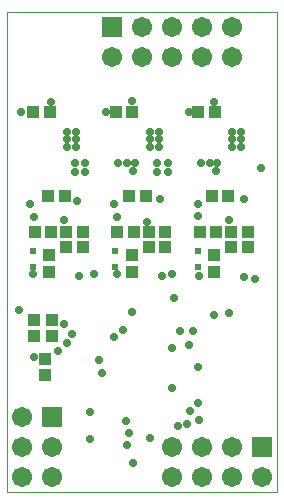
<source format=gbs>
%FSLAX25Y25*%
%MOIN*%
G70*
G01*
G75*
G04 Layer_Color=16711935*
%ADD10R,0.03937X0.05906*%
%ADD11R,0.15748X0.08465*%
%ADD12R,0.02402X0.03268*%
%ADD13R,0.15748X0.02362*%
%ADD14R,0.12362X0.02835*%
%ADD15R,0.03543X0.03150*%
%ADD16O,0.02362X0.08661*%
%ADD17P,0.20044X4X360.0*%
G04:AMPARAMS|DCode=18|XSize=8.66mil|YSize=27.56mil|CornerRadius=0mil|HoleSize=0mil|Usage=FLASHONLY|Rotation=315.000|XOffset=0mil|YOffset=0mil|HoleType=Round|Shape=Rectangle|*
%AMROTATEDRECTD18*
4,1,4,-0.01281,-0.00668,0.00668,0.01281,0.01281,0.00668,-0.00668,-0.01281,-0.01281,-0.00668,0.0*
%
%ADD18ROTATEDRECTD18*%

G04:AMPARAMS|DCode=19|XSize=8.66mil|YSize=27.56mil|CornerRadius=0mil|HoleSize=0mil|Usage=FLASHONLY|Rotation=45.000|XOffset=0mil|YOffset=0mil|HoleType=Round|Shape=Rectangle|*
%AMROTATEDRECTD19*
4,1,4,0.00668,-0.01281,-0.01281,0.00668,-0.00668,0.01281,0.01281,-0.00668,0.00668,-0.01281,0.0*
%
%ADD19ROTATEDRECTD19*%

%ADD20C,0.00800*%
%ADD21C,0.00600*%
%ADD22C,0.02000*%
%ADD23R,0.06500X0.17000*%
%ADD24R,0.07000X0.17000*%
%ADD25R,0.08000X0.05500*%
%ADD26R,0.07000X0.33000*%
%ADD27R,0.07500X0.05500*%
%ADD28R,0.10000X0.04500*%
%ADD29R,0.11000X0.04500*%
%ADD30R,0.07000X0.20000*%
%ADD31R,0.58000X0.10500*%
%ADD32C,0.00200*%
%ADD33R,0.05906X0.05906*%
%ADD34C,0.05906*%
%ADD35R,0.05906X0.05906*%
%ADD36C,0.01969*%
%ADD37R,0.01378X0.01378*%
%ADD38R,0.03150X0.03543*%
%ADD39R,0.23000X0.07500*%
%ADD40R,0.23500X0.07500*%
%ADD41R,0.17000X0.07500*%
%ADD42R,0.07000X0.19500*%
%ADD43R,0.08000X0.19500*%
%ADD44R,0.07000X0.21000*%
%ADD45R,0.08000X0.19000*%
%ADD46C,0.00984*%
%ADD47C,0.00787*%
%ADD48C,0.00500*%
%ADD49R,0.04737X0.06706*%
%ADD50R,0.16548X0.09265*%
%ADD51R,0.03202X0.04068*%
%ADD52R,0.16548X0.03162*%
%ADD53R,0.13162X0.03635*%
%ADD54R,0.04343X0.03950*%
%ADD55O,0.03162X0.09461*%
%ADD56P,0.21175X4X360.0*%
G04:AMPARAMS|DCode=57|XSize=16.66mil|YSize=35.56mil|CornerRadius=0mil|HoleSize=0mil|Usage=FLASHONLY|Rotation=315.000|XOffset=0mil|YOffset=0mil|HoleType=Round|Shape=Rectangle|*
%AMROTATEDRECTD57*
4,1,4,-0.01846,-0.00668,0.00668,0.01846,0.01846,0.00668,-0.00668,-0.01846,-0.01846,-0.00668,0.0*
%
%ADD57ROTATEDRECTD57*%

G04:AMPARAMS|DCode=58|XSize=16.66mil|YSize=35.56mil|CornerRadius=0mil|HoleSize=0mil|Usage=FLASHONLY|Rotation=45.000|XOffset=0mil|YOffset=0mil|HoleType=Round|Shape=Rectangle|*
%AMROTATEDRECTD58*
4,1,4,0.00668,-0.01846,-0.01846,0.00668,-0.00668,0.01846,0.01846,-0.00668,0.00668,-0.01846,0.0*
%
%ADD58ROTATEDRECTD58*%

%ADD59R,0.06706X0.06706*%
%ADD60C,0.06706*%
%ADD61R,0.06706X0.06706*%
%ADD62C,0.02769*%
%ADD63R,0.02178X0.02178*%
%ADD64R,0.03950X0.04343*%
D32*
X-0Y0D02*
Y160000D01*
X90000D01*
Y0D02*
Y160000D01*
X-0Y0D02*
X90000D01*
D54*
X12500Y38744D02*
D03*
Y44256D02*
D03*
X9000Y57256D02*
D03*
Y51744D02*
D03*
X15000D02*
D03*
Y57256D02*
D03*
X69000Y73244D02*
D03*
Y78756D02*
D03*
X41500Y73244D02*
D03*
Y78756D02*
D03*
X14000Y73244D02*
D03*
Y78756D02*
D03*
D59*
X15000Y25000D02*
D03*
D60*
X5000D02*
D03*
X15000Y15000D02*
D03*
X5000D02*
D03*
X15000Y5000D02*
D03*
X5000D02*
D03*
X75000Y145000D02*
D03*
Y155000D02*
D03*
X65000Y145000D02*
D03*
Y155000D02*
D03*
X55000Y145000D02*
D03*
Y155000D02*
D03*
X45000Y145000D02*
D03*
Y155000D02*
D03*
X35000Y145000D02*
D03*
X55000Y5000D02*
D03*
Y15000D02*
D03*
X65000Y5000D02*
D03*
Y15000D02*
D03*
X75000Y5000D02*
D03*
Y15000D02*
D03*
X85000Y5000D02*
D03*
D61*
X35000Y155000D02*
D03*
X85000Y15000D02*
D03*
D62*
X40000Y15500D02*
D03*
X47500Y18000D02*
D03*
X60000Y22500D02*
D03*
X64000Y24000D02*
D03*
X57000Y22000D02*
D03*
X27500Y26500D02*
D03*
Y17500D02*
D03*
X4000Y60500D02*
D03*
X63500Y41500D02*
D03*
X55000Y34500D02*
D03*
X42000Y9500D02*
D03*
X55000Y48000D02*
D03*
X57500Y53500D02*
D03*
X39500Y23500D02*
D03*
X40500Y19500D02*
D03*
X69000Y59000D02*
D03*
X62000Y53500D02*
D03*
X74000Y59500D02*
D03*
X60500Y49000D02*
D03*
X35500Y51500D02*
D03*
X31500Y39500D02*
D03*
X55500Y64500D02*
D03*
X30476Y43774D02*
D03*
X41500Y60000D02*
D03*
X61000Y27000D02*
D03*
X38500Y54000D02*
D03*
X63500Y29500D02*
D03*
X17000Y47000D02*
D03*
X20000Y49500D02*
D03*
X21500Y52500D02*
D03*
X8888Y44888D02*
D03*
X19000Y56000D02*
D03*
X84500Y108000D02*
D03*
X82500Y71000D02*
D03*
X55000Y72500D02*
D03*
X29000D02*
D03*
X7500Y96000D02*
D03*
X22500Y109500D02*
D03*
Y106500D02*
D03*
X26000D02*
D03*
Y109500D02*
D03*
X40000D02*
D03*
X42000Y107000D02*
D03*
X42500Y109398D02*
D03*
X37000Y109500D02*
D03*
X35500Y96000D02*
D03*
X53500Y109500D02*
D03*
Y106500D02*
D03*
X50000D02*
D03*
Y109500D02*
D03*
X64500D02*
D03*
X70000Y109398D02*
D03*
X69500Y107000D02*
D03*
X67500Y109500D02*
D03*
X60500Y126500D02*
D03*
X63500Y96000D02*
D03*
X75000Y115000D02*
D03*
X78000D02*
D03*
X75000Y117500D02*
D03*
X78000D02*
D03*
X75000Y120000D02*
D03*
X78000D02*
D03*
X50500Y115000D02*
D03*
X47500D02*
D03*
X50500Y120000D02*
D03*
X47500D02*
D03*
Y117500D02*
D03*
X50500D02*
D03*
X20000Y120000D02*
D03*
Y117500D02*
D03*
Y115000D02*
D03*
X23000D02*
D03*
Y120000D02*
D03*
Y117500D02*
D03*
X79000Y97500D02*
D03*
X51000D02*
D03*
X79000Y71500D02*
D03*
X51500Y72000D02*
D03*
X64000D02*
D03*
X36500Y72500D02*
D03*
Y91500D02*
D03*
X63500Y92000D02*
D03*
X74000Y90500D02*
D03*
X46500Y90000D02*
D03*
X33000Y126500D02*
D03*
X69000Y130000D02*
D03*
X41756Y130244D02*
D03*
X23272Y97000D02*
D03*
X14500Y130000D02*
D03*
X24000Y72000D02*
D03*
X19000Y90500D02*
D03*
X8500Y72500D02*
D03*
X9000Y91500D02*
D03*
X4661Y126661D02*
D03*
D63*
X63500Y74830D02*
D03*
Y80145D02*
D03*
X36000Y74830D02*
D03*
Y80145D02*
D03*
X8500Y74830D02*
D03*
Y80145D02*
D03*
D64*
X68244Y98500D02*
D03*
X73756D02*
D03*
X40744D02*
D03*
X46256D02*
D03*
X74744Y86500D02*
D03*
X80256D02*
D03*
X47244D02*
D03*
X52756D02*
D03*
X25256Y81500D02*
D03*
X19744D02*
D03*
X80256D02*
D03*
X74744D02*
D03*
X52756D02*
D03*
X47244D02*
D03*
X64244Y86500D02*
D03*
X69756D02*
D03*
X9244D02*
D03*
X14756D02*
D03*
X36744D02*
D03*
X42256D02*
D03*
X63744Y126500D02*
D03*
X69256D02*
D03*
X36244D02*
D03*
X41756D02*
D03*
X13744Y98500D02*
D03*
X19256D02*
D03*
X8744Y126500D02*
D03*
X14256D02*
D03*
X19744Y86500D02*
D03*
X25256D02*
D03*
M02*

</source>
